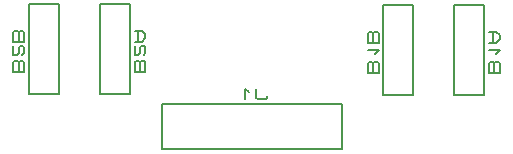
<source format=gbr>
G04 PROTEUS RS274X GERBER FILE*
%FSLAX45Y45*%
%MOMM*%
G01*
%ADD14C,0.203200*%
D14*
X+473000Y+1011000D02*
X+727000Y+1011000D01*
X+727000Y+1773000D01*
X+473000Y+1773000D01*
X+473000Y+1011000D01*
X+767640Y+1201500D02*
X+859080Y+1201500D01*
X+859080Y+1280875D01*
X+843840Y+1296750D01*
X+828600Y+1296750D01*
X+813360Y+1280875D01*
X+798120Y+1296750D01*
X+782880Y+1296750D01*
X+767640Y+1280875D01*
X+767640Y+1201500D01*
X+813360Y+1201500D02*
X+813360Y+1280875D01*
X+828600Y+1360250D02*
X+859080Y+1392000D01*
X+767640Y+1392000D01*
X+767640Y+1455500D02*
X+828600Y+1455500D01*
X+859080Y+1487250D01*
X+859080Y+1519000D01*
X+828600Y+1550750D01*
X+767640Y+1550750D01*
X+798120Y+1455500D02*
X+798120Y+1550750D01*
X-127000Y+1011000D02*
X+127000Y+1011000D01*
X+127000Y+1773000D01*
X-127000Y+1773000D01*
X-127000Y+1011000D01*
X-259080Y+1201500D02*
X-167640Y+1201500D01*
X-167640Y+1280875D01*
X-182880Y+1296750D01*
X-198120Y+1296750D01*
X-213360Y+1280875D01*
X-228600Y+1296750D01*
X-243840Y+1296750D01*
X-259080Y+1280875D01*
X-259080Y+1201500D01*
X-213360Y+1201500D02*
X-213360Y+1280875D01*
X-198120Y+1360250D02*
X-167640Y+1392000D01*
X-259080Y+1392000D01*
X-259080Y+1455500D02*
X-167640Y+1455500D01*
X-167640Y+1534875D01*
X-182880Y+1550750D01*
X-198120Y+1550750D01*
X-213360Y+1534875D01*
X-228600Y+1550750D01*
X-243840Y+1550750D01*
X-259080Y+1534875D01*
X-259080Y+1455500D01*
X-213360Y+1455500D02*
X-213360Y+1534875D01*
X-2527000Y+1019000D02*
X-2273000Y+1019000D01*
X-2273000Y+1781000D01*
X-2527000Y+1781000D01*
X-2527000Y+1019000D01*
X-2232360Y+1209500D02*
X-2140920Y+1209500D01*
X-2140920Y+1288875D01*
X-2156160Y+1304750D01*
X-2171400Y+1304750D01*
X-2186640Y+1288875D01*
X-2201880Y+1304750D01*
X-2217120Y+1304750D01*
X-2232360Y+1288875D01*
X-2232360Y+1209500D01*
X-2186640Y+1209500D02*
X-2186640Y+1288875D01*
X-2156160Y+1352375D02*
X-2140920Y+1368250D01*
X-2140920Y+1415875D01*
X-2156160Y+1431750D01*
X-2171400Y+1431750D01*
X-2186640Y+1415875D01*
X-2186640Y+1368250D01*
X-2201880Y+1352375D01*
X-2232360Y+1352375D01*
X-2232360Y+1431750D01*
X-2232360Y+1463500D02*
X-2171400Y+1463500D01*
X-2140920Y+1495250D01*
X-2140920Y+1527000D01*
X-2171400Y+1558750D01*
X-2232360Y+1558750D01*
X-2201880Y+1463500D02*
X-2201880Y+1558750D01*
X-3127000Y+1019000D02*
X-2873000Y+1019000D01*
X-2873000Y+1781000D01*
X-3127000Y+1781000D01*
X-3127000Y+1019000D01*
X-3259080Y+1209500D02*
X-3167640Y+1209500D01*
X-3167640Y+1288875D01*
X-3182880Y+1304750D01*
X-3198120Y+1304750D01*
X-3213360Y+1288875D01*
X-3228600Y+1304750D01*
X-3243840Y+1304750D01*
X-3259080Y+1288875D01*
X-3259080Y+1209500D01*
X-3213360Y+1209500D02*
X-3213360Y+1288875D01*
X-3182880Y+1352375D02*
X-3167640Y+1368250D01*
X-3167640Y+1415875D01*
X-3182880Y+1431750D01*
X-3198120Y+1431750D01*
X-3213360Y+1415875D01*
X-3213360Y+1368250D01*
X-3228600Y+1352375D01*
X-3259080Y+1352375D01*
X-3259080Y+1431750D01*
X-3259080Y+1463500D02*
X-3167640Y+1463500D01*
X-3167640Y+1542875D01*
X-3182880Y+1558750D01*
X-3198120Y+1558750D01*
X-3213360Y+1542875D01*
X-3228600Y+1558750D01*
X-3243840Y+1558750D01*
X-3259080Y+1542875D01*
X-3259080Y+1463500D01*
X-3213360Y+1463500D02*
X-3213360Y+1542875D01*
X-1997000Y+555500D02*
X-473000Y+555500D01*
X-473000Y+936500D01*
X-1997000Y+936500D01*
X-1997000Y+555500D01*
X-1108000Y+1007620D02*
X-1108000Y+992380D01*
X-1123875Y+977140D01*
X-1187375Y+977140D01*
X-1203250Y+992380D01*
X-1203250Y+1068580D01*
X-1266750Y+1038100D02*
X-1298500Y+1068580D01*
X-1298500Y+977140D01*
M02*

</source>
